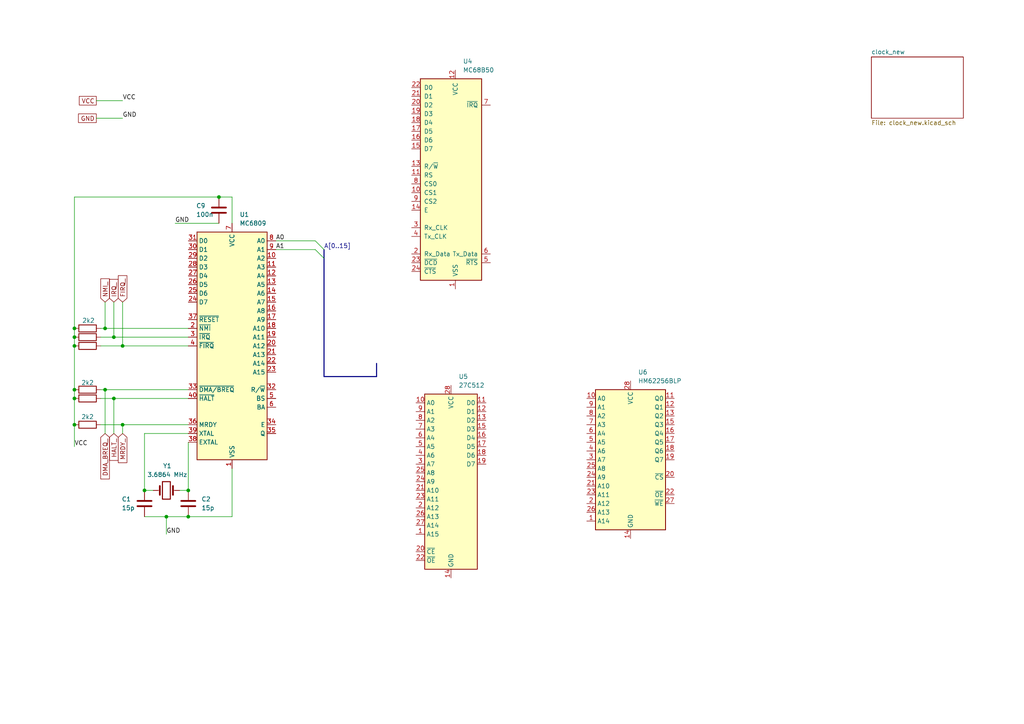
<source format=kicad_sch>
(kicad_sch (version 20231120) (generator "eeschema") (generator_version "8.0")
  (paper "A4")
  (lib_symbols
    (symbol "CPU_NXP_6800:MC6809"
      (property "Reference" "U" (at -7.62 34.29 0))
      (property "Value" "MC6809" (at 10.16 34.29 0))
      (symbol "MC6809_0_1"
        (rectangle (start -10.16 -33.02) (end 10.16 33.02) (stroke (width 0.254)) (fill (type background)))
      )
      (symbol "MC6809_1_1"
        (pin power_in line (at 0 -35.56 90) (length 2.54) (name "VSS") (number "1"))
        (pin output line (at 12.7 25.4 180) (length 2.54) (name "A2") (number "10"))
        (pin output line (at 12.7 22.86 180) (length 2.54) (name "A3") (number "11"))
        (pin output line (at 12.7 20.32 180) (length 2.54) (name "A4") (number "12"))
        (pin output line (at 12.7 17.78 180) (length 2.54) (name "A5") (number "13"))
        (pin output line (at 12.7 15.24 180) (length 2.54) (name "A6") (number "14"))
        (pin output line (at 12.7 12.7 180) (length 2.54) (name "A7") (number "15"))
        (pin output line (at 12.7 10.16 180) (length 2.54) (name "A8") (number "16"))
        (pin output line (at 12.7 7.62 180) (length 2.54) (name "A9") (number "17"))
        (pin output line (at 12.7 5.08 180) (length 2.54) (name "A10") (number "18"))
        (pin output line (at 12.7 2.54 180) (length 2.54) (name "A11") (number "19"))
        (pin input line (at -12.7 5.08 0) (length 2.54) (name "~{NMI}") (number "2"))
        (pin output line (at 12.7 0 180) (length 2.54) (name "A12") (number "20"))
        (pin output line (at 12.7 -2.54 180) (length 2.54) (name "A13") (number "21"))
        (pin output line (at 12.7 -5.08 180) (length 2.54) (name "A14") (number "22"))
        (pin output line (at 12.7 -7.62 180) (length 2.54) (name "A15") (number "23"))
        (pin bidirectional line (at -12.7 12.7 0) (length 2.54) (name "D7") (number "24"))
        (pin bidirectional line (at -12.7 15.24 0) (length 2.54) (name "D6") (number "25"))
        (pin bidirectional line (at -12.7 17.78 0) (length 2.54) (name "D5") (number "26"))
        (pin bidirectional line (at -12.7 20.32 0) (length 2.54) (name "D4") (number "27"))
        (pin bidirectional line (at -12.7 22.86 0) (length 2.54) (name "D3") (number "28"))
        (pin bidirectional line (at -12.7 25.4 0) (length 2.54) (name "D2") (number "29"))
        (pin input line (at -12.7 2.54 0) (length 2.54) (name "~{IRQ}") (number "3"))
        (pin bidirectional line (at -12.7 27.94 0) (length 2.54) (name "D1") (number "30"))
        (pin bidirectional line (at -12.7 30.48 0) (length 2.54) (name "D0") (number "31"))
        (pin output line (at 12.7 -12.7 180) (length 2.54) (name "R/~{W}") (number "32"))
        (pin input line (at -12.7 -12.7 0) (length 2.54) (name "~{DMA/BREQ}") (number "33"))
        (pin output line (at 12.7 -22.86 180) (length 2.54) (name "E") (number "34"))
        (pin output line (at 12.7 -25.4 180) (length 2.54) (name "Q") (number "35"))
        (pin input line (at -12.7 -22.86 0) (length 2.54) (name "MRDY") (number "36"))
        (pin input line (at -12.7 7.62 0) (length 2.54) (name "~{RESET}") (number "37"))
        (pin input line (at -12.7 -27.94 0) (length 2.54) (name "EXTAL") (number "38"))
        (pin input line (at -12.7 -25.4 0) (length 2.54) (name "XTAL") (number "39"))
        (pin input line (at -12.7 0 0) (length 2.54) (name "~{FIRQ}") (number "4"))
        (pin input line (at -12.7 -15.24 0) (length 2.54) (name "~{HALT}") (number "40"))
        (pin output line (at 12.7 -15.24 180) (length 2.54) (name "BS") (number "5"))
        (pin output line (at 12.7 -17.78 180) (length 2.54) (name "BA") (number "6"))
        (pin power_in line (at 0 35.56 270) (length 2.54) (name "VCC") (number "7"))
        (pin output line (at 12.7 30.48 180) (length 2.54) (name "A0") (number "8"))
        (pin output line (at 12.7 27.94 180) (length 2.54) (name "A1") (number "9"))
      )
    )
    (symbol "Device:C" (pin_numbers hide) (pin_names (offset 0.254))
      (property "Reference" "C" (at 0.635 2.54 0))
      (property "Value" "C" (at 0.635 -2.54 0))
      (symbol "C_0_1"
        (polyline (pts (xy -2.032 -0.762) (xy 2.032 -0.762)) (stroke (width 0.508)))
        (polyline (pts (xy -2.032 0.762) (xy 2.032 0.762)) (stroke (width 0.508)))
      )
      (symbol "C_1_1"
        (pin passive line (at 0 3.81 270) (length 2.794) (name "~") (number "1"))
        (pin passive line (at 0 -3.81 90) (length 2.794) (name "~") (number "2"))
      )
    )
    (symbol "Device:Crystal" (pin_numbers hide) (pin_names (offset 1.016) hide)
      (property "Reference" "Y" (at 0 3.81 0))
      (property "Value" "Crystal" (at 0 -3.81 0))
      (symbol "Crystal_0_1"
        (rectangle (start -1.143 2.54) (end 1.143 -2.54) (stroke (width 0.3048)))
        (polyline (pts (xy -2.54 0) (xy -1.905 0)))
        (polyline (pts (xy -1.905 -1.27) (xy -1.905 1.27)) (stroke (width 0.508)))
        (polyline (pts (xy 1.905 -1.27) (xy 1.905 1.27)) (stroke (width 0.508)))
        (polyline (pts (xy 2.54 0) (xy 1.905 0)))
      )
      (symbol "Crystal_1_1"
        (pin passive line (at -3.81 0 0) (length 1.27) (name "1") (number "1"))
        (pin passive line (at 3.81 0 180) (length 1.27) (name "2") (number "2"))
      )
    )
    (symbol "Device:R" (pin_numbers hide) (pin_names (offset 0))
      (property "Reference" "R" (at 2.032 0 90))
      (property "Value" "R" (at 0 0 90))
      (symbol "R_0_1"
        (rectangle (start -1.016 -2.54) (end 1.016 2.54) (stroke (width 0.254)))
      )
      (symbol "R_1_1"
        (pin passive line (at 0 3.81 270) (length 1.27) (name "~") (number "1"))
        (pin passive line (at 0 -3.81 90) (length 1.27) (name "~") (number "2"))
      )
    )
    (symbol "Interface_UART:MC68B50" (pin_names (offset 1.016))
      (property "Reference" "U" (at -7.366 31.75 0))
      (property "Value" "MC68B50" (at 10.414 31.75 0))
      (symbol "MC68B50_1_1"
        (rectangle (start -10.16 -27.94) (end 7.62 30.48) (stroke (width 0.254)) (fill (type background)))
        (pin power_in line (at 0 -30.48 90) (length 2.54) (name "VSS") (number "1"))
        (pin input line (at -12.7 -2.54 0) (length 2.54) (name "CS1") (number "10"))
        (pin input line (at -12.7 2.54 0) (length 2.54) (name "RS") (number "11"))
        (pin power_in line (at 0 33.02 270) (length 2.54) (name "VCC") (number "12"))
        (pin input line (at -12.7 5.08 0) (length 2.54) (name "R/~{W}") (number "13"))
        (pin input line (at -12.7 -7.62 0) (length 2.54) (name "E") (number "14"))
        (pin bidirectional line (at -12.7 10.16 0) (length 2.54) (name "D7") (number "15"))
        (pin bidirectional line (at -12.7 12.7 0) (length 2.54) (name "D6") (number "16"))
        (pin bidirectional line (at -12.7 15.24 0) (length 2.54) (name "D5") (number "17"))
        (pin bidirectional line (at -12.7 17.78 0) (length 2.54) (name "D4") (number "18"))
        (pin bidirectional line (at -12.7 20.32 0) (length 2.54) (name "D3") (number "19"))
        (pin input line (at -12.7 -20.32 0) (length 2.54) (name "Rx_Data") (number "2"))
        (pin bidirectional line (at -12.7 22.86 0) (length 2.54) (name "D2") (number "20"))
        (pin bidirectional line (at -12.7 25.4 0) (length 2.54) (name "D1") (number "21"))
        (pin bidirectional line (at -12.7 27.94 0) (length 2.54) (name "D0") (number "22"))
        (pin input line (at -12.7 -22.86 0) (length 2.54) (name "~{DCD}") (number "23"))
        (pin input line (at -12.7 -25.4 0) (length 2.54) (name "~{CTS}") (number "24"))
        (pin input line (at -12.7 -12.7 0) (length 2.54) (name "Rx_CLK") (number "3"))
        (pin input line (at -12.7 -15.24 0) (length 2.54) (name "Tx_CLK") (number "4"))
        (pin output line (at 10.16 -22.86 180) (length 2.54) (name "~{RTS}") (number "5"))
        (pin output line (at 10.16 -20.32 180) (length 2.54) (name "Tx_Data") (number "6"))
        (pin output line (at 10.16 22.86 180) (length 2.54) (name "~{IRQ}") (number "7"))
        (pin input line (at -12.7 0 0) (length 2.54) (name "CS0") (number "8"))
        (pin input line (at -12.7 -5.08 0) (length 2.54) (name "CS2") (number "9"))
      )
    )
    (symbol "Memory_EPROM:27C512"
      (property "Reference" "U" (at -7.62 26.67 0))
      (property "Value" "27C512" (at 2.54 -26.67 0))
      (symbol "27C512_1_1"
        (rectangle (start -7.62 25.4) (end 7.62 -25.4) (stroke (width 0.254)) (fill (type background)))
        (pin input line (at -10.16 -15.24 0) (length 2.54) (name "A15") (number "1"))
        (pin input line (at -10.16 22.86 0) (length 2.54) (name "A0") (number "10"))
        (pin tri_state line (at 10.16 22.86 180) (length 2.54) (name "D0") (number "11"))
        (pin tri_state line (at 10.16 20.32 180) (length 2.54) (name "D1") (number "12"))
        (pin tri_state line (at 10.16 17.78 180) (length 2.54) (name "D2") (number "13"))
        (pin power_in line (at 0 -27.94 90) (length 2.54) (name "GND") (number "14"))
        (pin tri_state line (at 10.16 15.24 180) (length 2.54) (name "D3") (number "15"))
        (pin tri_state line (at 10.16 12.7 180) (length 2.54) (name "D4") (number "16"))
        (pin tri_state line (at 10.16 10.16 180) (length 2.54) (name "D5") (number "17"))
        (pin tri_state line (at 10.16 7.62 180) (length 2.54) (name "D6") (number "18"))
        (pin tri_state line (at 10.16 5.08 180) (length 2.54) (name "D7") (number "19"))
        (pin input line (at -10.16 -7.62 0) (length 2.54) (name "A12") (number "2"))
        (pin input line (at -10.16 -20.32 0) (length 2.54) (name "~{CE}") (number "20"))
        (pin input line (at -10.16 -2.54 0) (length 2.54) (name "A10") (number "21"))
        (pin input line (at -10.16 -22.86 0) (length 2.54) (name "~{OE}") (number "22"))
        (pin input line (at -10.16 -5.08 0) (length 2.54) (name "A11") (number "23"))
        (pin input line (at -10.16 0 0) (length 2.54) (name "A9") (number "24"))
        (pin input line (at -10.16 2.54 0) (length 2.54) (name "A8") (number "25"))
        (pin input line (at -10.16 -10.16 0) (length 2.54) (name "A13") (number "26"))
        (pin input line (at -10.16 -12.7 0) (length 2.54) (name "A14") (number "27"))
        (pin power_in line (at 0 27.94 270) (length 2.54) (name "VCC") (number "28"))
        (pin input line (at -10.16 5.08 0) (length 2.54) (name "A7") (number "3"))
        (pin input line (at -10.16 7.62 0) (length 2.54) (name "A6") (number "4"))
        (pin input line (at -10.16 10.16 0) (length 2.54) (name "A5") (number "5"))
        (pin input line (at -10.16 12.7 0) (length 2.54) (name "A4") (number "6"))
        (pin input line (at -10.16 15.24 0) (length 2.54) (name "A3") (number "7"))
        (pin input line (at -10.16 17.78 0) (length 2.54) (name "A2") (number "8"))
        (pin input line (at -10.16 20.32 0) (length 2.54) (name "A1") (number "9"))
      )
    )
    (symbol "Memory_RAM:HM62256BLP"
      (property "Reference" "U" (at -10.16 20.955 0))
      (property "Value" "HM62256BLP" (at 2.54 20.955 0))
      (symbol "HM62256BLP_0_0"
        (pin power_in line (at 0 -22.86 90) (length 2.54) (name "GND") (number "14"))
        (pin power_in line (at 0 22.86 270) (length 2.54) (name "VCC") (number "28"))
      )
      (symbol "HM62256BLP_0_1"
        (rectangle (start -10.16 20.32) (end 10.16 -20.32) (stroke (width 0.254)) (fill (type background)))
      )
      (symbol "HM62256BLP_1_1"
        (pin input line (at -12.7 -17.78 0) (length 2.54) (name "A14") (number "1"))
        (pin input line (at -12.7 17.78 0) (length 2.54) (name "A0") (number "10"))
        (pin tri_state line (at 12.7 17.78 180) (length 2.54) (name "Q0") (number "11"))
        (pin tri_state line (at 12.7 15.24 180) (length 2.54) (name "Q1") (number "12"))
        (pin tri_state line (at 12.7 12.7 180) (length 2.54) (name "Q2") (number "13"))
        (pin tri_state line (at 12.7 10.16 180) (length 2.54) (name "Q3") (number "15"))
        (pin tri_state line (at 12.7 7.62 180) (length 2.54) (name "Q4") (number "16"))
        (pin tri_state line (at 12.7 5.08 180) (length 2.54) (name "Q5") (number "17"))
        (pin tri_state line (at 12.7 2.54 180) (length 2.54) (name "Q6") (number "18"))
        (pin tri_state line (at 12.7 0 180) (length 2.54) (name "Q7") (number "19"))
        (pin input line (at -12.7 -12.7 0) (length 2.54) (name "A12") (number "2"))
        (pin input line (at 12.7 -5.08 180) (length 2.54) (name "~{CS}") (number "20"))
        (pin input line (at -12.7 -7.62 0) (length 2.54) (name "A10") (number "21"))
        (pin input line (at 12.7 -10.16 180) (length 2.54) (name "~{OE}") (number "22"))
        (pin input line (at -12.7 -10.16 0) (length 2.54) (name "A11") (number "23"))
        (pin input line (at -12.7 -5.08 0) (length 2.54) (name "A9") (number "24"))
        (pin input line (at -12.7 -2.54 0) (length 2.54) (name "A8") (number "25"))
        (pin input line (at -12.7 -15.24 0) (length 2.54) (name "A13") (number "26"))
        (pin input line (at 12.7 -12.7 180) (length 2.54) (name "~{WE}") (number "27"))
        (pin input line (at -12.7 0 0) (length 2.54) (name "A7") (number "3"))
        (pin input line (at -12.7 2.54 0) (length 2.54) (name "A6") (number "4"))
        (pin input line (at -12.7 5.08 0) (length 2.54) (name "A5") (number "5"))
        (pin input line (at -12.7 7.62 0) (length 2.54) (name "A4") (number "6"))
        (pin input line (at -12.7 10.16 0) (length 2.54) (name "A3") (number "7"))
        (pin input line (at -12.7 12.7 0) (length 2.54) (name "A2") (number "8"))
        (pin input line (at -12.7 15.24 0) (length 2.54) (name "A1") (number "9"))
      )
    )
  )
  (junction (at 33.02 97.79))
  (junction (at 21.59 100.33))
  (junction (at 21.59 123.19))
  (junction (at 35.56 100.33))
  (junction (at 63.5 57.15))
  (junction (at 30.48 95.25))
  (junction (at 41.91 142.24))
  (junction (at 21.59 113.03))
  (junction (at 54.61 142.24))
  (junction (at 21.59 95.25))
  (junction (at 21.59 97.79))
  (junction (at 30.48 113.03))
  (junction (at 21.59 115.57))
  (junction (at 48.26 149.86))
  (junction (at 33.02 115.57))
  (junction (at 35.56 123.19))
  (junction (at 54.61 149.86))
  (bus_entry (at 93.98 74.93) (size -2.54 -2.54))
  (bus_entry (at 93.98 72.39) (size -2.54 -2.54))
  (wire (pts (xy 30.48 125.73) (xy 30.48 113.03)))
  (wire (pts (xy 67.31 149.86) (xy 67.31 135.89)))
  (wire (pts (xy 29.21 123.19) (xy 35.56 123.19)))
  (wire (pts (xy 91.44 72.39) (xy 80.01 72.39)))
  (bus (pts (xy 93.98 72.39) (xy 93.98 74.93)))
  (wire (pts (xy 33.02 87.63) (xy 33.02 97.79)))
  (wire (pts (xy 35.56 123.19) (xy 54.61 123.19)))
  (wire (pts (xy 30.48 87.63) (xy 30.48 95.25)))
  (wire (pts (xy 63.5 57.15) (xy 21.59 57.15)))
  (wire (pts (xy 29.21 115.57) (xy 33.02 115.57)))
  (wire (pts (xy 21.59 123.19) (xy 21.59 129.54)))
  (wire (pts (xy 35.56 125.73) (xy 35.56 123.19)))
  (wire (pts (xy 21.59 115.57) (xy 21.59 123.19)))
  (wire (pts (xy 27.94 29.21) (xy 35.56 29.21)))
  (wire (pts (xy 48.26 149.86) (xy 48.26 154.94)))
  (bus (pts (xy 109.22 105.41) (xy 109.22 109.22)))
  (wire (pts (xy 33.02 97.79) (xy 54.61 97.79)))
  (bus (pts (xy 93.98 74.93) (xy 93.98 109.22)))
  (wire (pts (xy 29.21 100.33) (xy 35.56 100.33)))
  (wire (pts (xy 27.94 34.29) (xy 35.56 34.29)))
  (wire (pts (xy 29.21 113.03) (xy 30.48 113.03)))
  (wire (pts (xy 35.56 87.63) (xy 35.56 100.33)))
  (bus (pts (xy 93.98 109.22) (xy 109.22 109.22)))
  (wire (pts (xy 21.59 57.15) (xy 21.59 95.25)))
  (wire (pts (xy 33.02 125.73) (xy 33.02 115.57)))
  (wire (pts (xy 48.26 149.86) (xy 54.61 149.86)))
  (wire (pts (xy 21.59 100.33) (xy 21.59 113.03)))
  (wire (pts (xy 67.31 57.15) (xy 63.5 57.15)))
  (wire (pts (xy 21.59 95.25) (xy 21.59 97.79)))
  (wire (pts (xy 54.61 128.27) (xy 54.61 142.24)))
  (wire (pts (xy 54.61 149.86) (xy 67.31 149.86)))
  (wire (pts (xy 50.8 64.77) (xy 63.5 64.77)))
  (wire (pts (xy 29.21 97.79) (xy 33.02 97.79)))
  (wire (pts (xy 30.48 95.25) (xy 54.61 95.25)))
  (wire (pts (xy 21.59 97.79) (xy 21.59 100.33)))
  (wire (pts (xy 29.21 95.25) (xy 30.48 95.25)))
  (wire (pts (xy 35.56 100.33) (xy 54.61 100.33)))
  (wire (pts (xy 41.91 149.86) (xy 48.26 149.86)))
  (wire (pts (xy 80.01 69.85) (xy 91.44 69.85)))
  (wire (pts (xy 54.61 125.73) (xy 41.91 125.73)))
  (wire (pts (xy 41.91 125.73) (xy 41.91 142.24)))
  (wire (pts (xy 21.59 113.03) (xy 21.59 115.57)))
  (wire (pts (xy 33.02 115.57) (xy 54.61 115.57)))
  (wire (pts (xy 30.48 113.03) (xy 54.61 113.03)))
  (wire (pts (xy 67.31 64.77) (xy 67.31 57.15)))
  (wire (pts (xy 52.07 142.24) (xy 54.61 142.24)))
  (wire (pts (xy 41.91 142.24) (xy 44.45 142.24)))
  (label "GND" (at 35.56 34.29 0))
  (label "VCC" (at 35.56 29.21 0))
  (label "GND" (at 50.8 64.77 0))
  (label "A1" (at 80.01 72.39 0))
  (label "A0" (at 80.01 69.85 0))
  (label "VCC" (at 21.59 129.54 0))
  (label "A[0..15]" (at 93.98 72.39 0))
  (label "GND" (at 48.26 154.94 0))
  (global_label "MRDY_" (shape input) (at 35.56 125.73 270) (property "Intersheetrefs" "${INTERSHEET_REFS}" (effects (hide yes))))
  (global_label "IRQ_" (shape input) (at 33.02 87.63 90) (property "Intersheetrefs" "${INTERSHEET_REFS}" (effects (hide yes))))
  (global_label "FIRQ_" (shape input) (at 35.56 87.63 90) (property "Intersheetrefs" "${INTERSHEET_REFS}" (effects (hide yes))))
  (global_label "HALT_" (shape input) (at 33.02 125.73 270) (property "Intersheetrefs" "${INTERSHEET_REFS}" (effects (hide yes))))
  (global_label "VCC" (shape passive) (at 27.94 29.21 180) (property "Intersheetrefs" "${INTERSHEET_REFS}" (effects (hide yes))))
  (global_label "GND" (shape passive) (at 27.94 34.29 180) (property "Intersheetrefs" "${INTERSHEET_REFS}" (effects (hide yes))))
  (global_label "NMI_" (shape input) (at 30.48 87.63 90) (property "Intersheetrefs" "${INTERSHEET_REFS}" (effects (hide yes))))
  (global_label "DMA_BREQ_" (shape input) (at 30.48 125.73 270) (property "Intersheetrefs" "${INTERSHEET_REFS}" (effects (hide yes))))
  (symbol (lib_id "Device:R") (at 25.4 123.19 270) (unit 1)
    (property "Reference" "R2" (effects (hide yes)))
    (property "Value" "2k2" (at 25.4 120.904 90))
    (property "Footprint" "Resistor_THT:R_Axial_DIN0207_L6.3mm_D2.5mm_P7.62mm_Horizontal" (effects (hide yes)))
    (property "Description" "Resistor" (effects (hide yes)))
  )
  (symbol (lib_id "Device:C") (at 63.5 60.96 0) (unit 1)
    (property "Reference" "C9" (at 56.896 59.69 0) (effects (justify left)))
    (property "Value" "100n" (at 56.896 62.23 0) (effects (justify left)))
    (property "Footprint" "Capacitor_THT:C_Disc_D3.0mm_W1.6mm_P2.50mm" (effects (hide yes)))
    (property "Description" "Unpolarized capacitor" (effects (hide yes)))
  )
  (symbol (lib_id "Memory_RAM:HM62256BLP") (at 182.88 133.35 0) (unit 1)
    (property "Reference" "U6" (at 185.0741 107.95 0) (effects (justify left)))
    (property "Value" "HM62256BLP" (at 185.0741 110.49 0) (effects (justify left)))
    (property "Footprint" "Package_DIP:DIP-28_W15.24mm" (effects (hide yes)))
    (property "Datasheet" "https://web.mit.edu/6.115/www/document/62256.pdf" (effects (hide yes)))
    (property "Description" "32,768-word × 8-bit High Speed CMOS Static RAM, 70ns, DIP-28" (effects (hide yes)))
  )
  (symbol (lib_id "Device:R") (at 25.4 95.25 270) (unit 1)
    (property "Reference" "R6" (effects (hide yes)))
    (property "Value" "2k2" (at 25.654 92.964 90))
    (property "Footprint" "Resistor_THT:R_Axial_DIN0207_L6.3mm_D2.5mm_P7.62mm_Horizontal" (effects (hide yes)))
    (property "Description" "Resistor" (effects (hide yes)))
  )
  (symbol (lib_id "Interface_UART:MC68B50") (at 132.08 53.34 0) (unit 1)
    (property "Reference" "U4" (at 134.2741 17.78 0) (effects (justify left)))
    (property "Value" "MC68B50" (at 134.2741 20.32 0) (effects (justify left)))
    (property "Footprint" "Package_DIP:DIP-24_W15.24mm" (effects (hide yes)))
    (property "Datasheet" "http://pdf.datasheetcatalog.com/datasheet/motorola/MC6850.pdf" (effects (hide yes)))
    (property "Description" "Asynchronous Communications Interface Adapter 2MHz, DIP-40" (effects (hide yes)))
  )
  (symbol (lib_id "Device:R") (at 25.4 113.03 270) (unit 1)
    (property "Reference" "R7" (effects (hide yes)))
    (property "Value" "2k2" (at 25.4 110.998 90))
    (property "Footprint" "Resistor_THT:R_Axial_DIN0207_L6.3mm_D2.5mm_P7.62mm_Horizontal" (effects (hide yes)))
    (property "Description" "Resistor" (effects (hide yes)))
  )
  (symbol (lib_id "Device:R") (at 25.4 100.33 270) (unit 1)
    (property "Reference" "R5" (effects (hide yes)))
    (property "Value" "2k2" (effects (hide yes)))
    (property "Footprint" "Resistor_THT:R_Axial_DIN0207_L6.3mm_D2.5mm_P7.62mm_Horizontal" (effects (hide yes)))
    (property "Description" "Resistor" (effects (hide yes)))
  )
  (symbol (lib_id "Device:C") (at 41.91 146.05 0) (unit 1)
    (property "Reference" "C1" (at 35.306 144.78 0) (effects (justify left)))
    (property "Value" "15p" (at 35.306 147.32 0) (effects (justify left)))
    (property "Footprint" "Capacitor_THT:C_Disc_D3.0mm_W1.6mm_P2.50mm" (effects (hide yes)))
    (property "Description" "Unpolarized capacitor" (effects (hide yes)))
  )
  (symbol (lib_id "CPU_NXP_6800:MC6809") (at 67.31 100.33 0) (unit 1)
    (property "Reference" "U1" (at 69.5041 62.23 0) (effects (justify left)))
    (property "Value" "MC6809" (at 69.5041 64.77 0) (effects (justify left)))
    (property "Footprint" "Package_DIP:DIP-40_W15.24mm" (effects (hide yes)))
    (property "Datasheet" "http://pdf.datasheetcatalog.com/datasheet/motorola/MC68B09S.pdf" (effects (hide yes)))
    (property "Description" "8-Bit Microprocessing unit 1.0MHz, DIP-40" (effects (hide yes)))
  )
  (symbol (lib_id "Device:C") (at 54.61 146.05 0) (unit 1)
    (property "Reference" "C2" (at 58.42 144.7799 0) (effects (justify left)))
    (property "Value" "15p" (at 58.42 147.3199 0) (effects (justify left)))
    (property "Footprint" "Capacitor_THT:C_Disc_D3.0mm_W1.6mm_P2.50mm" (effects (hide yes)))
    (property "Description" "Unpolarized capacitor" (effects (hide yes)))
  )
  (symbol (lib_id "Device:R") (at 25.4 115.57 270) (unit 1)
    (property "Reference" "R8" (effects (hide yes)))
    (property "Value" "2k2" (effects (hide yes)))
    (property "Footprint" "Resistor_THT:R_Axial_DIN0207_L6.3mm_D2.5mm_P7.62mm_Horizontal" (effects (hide yes)))
    (property "Description" "Resistor" (effects (hide yes)))
  )
  (symbol (lib_id "Device:R") (at 25.4 97.79 270) (unit 1)
    (property "Reference" "R1" (effects (hide yes)))
    (property "Value" "2k2" (effects (hide yes)))
    (property "Footprint" "Resistor_THT:R_Axial_DIN0207_L6.3mm_D2.5mm_P7.62mm_Horizontal" (effects (hide yes)))
    (property "Description" "Resistor" (effects (hide yes)))
  )
  (symbol (lib_id "Device:Crystal") (at 48.26 142.24 0) (unit 1)
    (property "Reference" "Y1" (at 48.514 135.128 0))
    (property "Value" "3.6864 MHz" (at 48.514 137.668 0))
    (property "Footprint" "Crystal:Resonator-2Pin_W10.0mm_H5.0mm" (effects (hide yes)))
    (property "Description" "Two pin crystal" (effects (hide yes)))
  )
  (symbol (lib_id "Memory_EPROM:27C512") (at 130.81 139.7 0) (unit 1)
    (property "Reference" "U5" (at 133.0041 109.22 0) (effects (justify left)))
    (property "Value" "27C512" (at 133.0041 111.76 0) (effects (justify left)))
    (property "Footprint" "Package_DIP:DIP-28_W15.24mm" (effects (hide yes)))
    (property "Datasheet" "http://ww1.microchip.com/downloads/en/DeviceDoc/doc0015.pdf" (effects (hide yes)))
    (property "Description" "OTP EPROM 512 KiBit" (effects (hide yes)))
  )
  (sheet (at 252.73 16.51) (size 26.67 17.78) (stroke (width 0.1524))
    (property "Sheetname" "clock_new" (at 252.73 15.7984 0) (effects (justify left bottom)))
    (property "Sheetfile" "clock_new.kicad_sch" (at 252.73 34.8746 0) (effects (justify left top)))
  )
)
</source>
